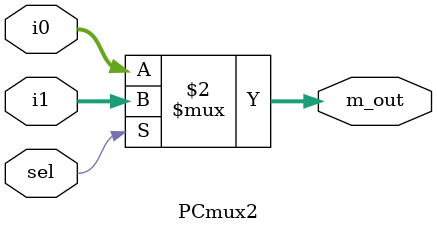
<source format=sv>
module PCmux2 #(
    parameter WIDTH = 32
)(
    input   logic [WIDTH-1:0]    i0,
    input   logic [WIDTH-1:0]    i1,
    input   logic                sel,
    output  logic [WIDTH-1:0]    m_out
);

    always_comb 
    begin
        m_out = sel ? i1 : i0;
    end
endmodule

</source>
